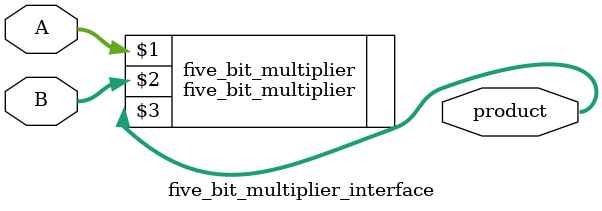
<source format=v>
module five_bit_multiplier_interface(A, B, product);

	input [4:0] A, B;
	output[9:0] product;
	five_bit_multiplier five_bit_multiplier(A,B,product);

endmodule

</source>
